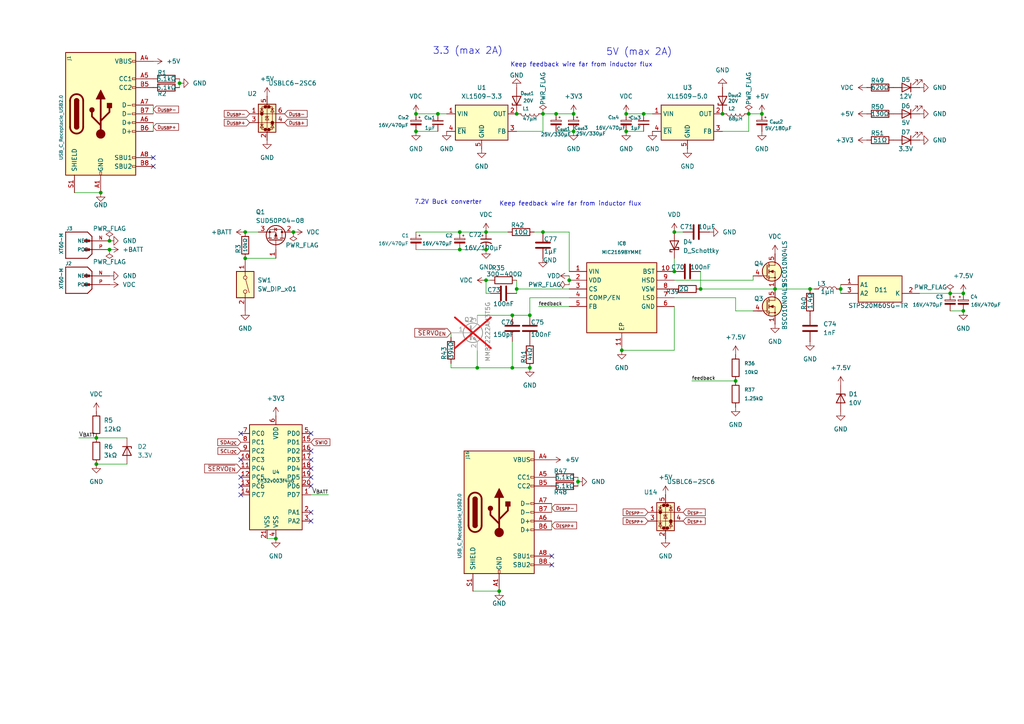
<source format=kicad_sch>
(kicad_sch
	(version 20231120)
	(generator "eeschema")
	(generator_version "8.0")
	(uuid "e4c09165-9c68-40b2-881f-c90ce6ecf190")
	(paper "A4")
	
	(junction
		(at 29.21 55.88)
		(diameter 0)
		(color 0 0 0 0)
		(uuid "014229f8-e922-43fc-bb3a-ada6f8e16a40")
	)
	(junction
		(at 279.4 85.09)
		(diameter 0)
		(color 0 0 0 0)
		(uuid "0706ad95-8615-4630-8e7e-c4623ef20ba3")
	)
	(junction
		(at 153.67 91.44)
		(diameter 0)
		(color 0 0 0 0)
		(uuid "0bf23e79-1fbd-4df3-9ba3-b7681327d067")
	)
	(junction
		(at 31.75 69.85)
		(diameter 0)
		(color 0 0 0 0)
		(uuid "0cb14bcc-13f9-4b13-bb4e-ef6e8e2f3418")
	)
	(junction
		(at 52.07 24.13)
		(diameter 0)
		(color 0 0 0 0)
		(uuid "0ed86d61-ab59-42f1-aa05-aa92cf967161")
	)
	(junction
		(at 149.86 83.82)
		(diameter 0)
		(color 0 0 0 0)
		(uuid "17ee1fca-69be-4309-b01b-2c69ab096265")
	)
	(junction
		(at 71.12 67.31)
		(diameter 0)
		(color 0 0 0 0)
		(uuid "1867cdcb-5d9f-44ec-9da6-73143f38074a")
	)
	(junction
		(at 165.1 81.28)
		(diameter 0)
		(color 0 0 0 0)
		(uuid "19a83583-8dbf-4364-9f25-a61c946a2757")
	)
	(junction
		(at 133.35 72.39)
		(diameter 0)
		(color 0 0 0 0)
		(uuid "1fd6e48c-76b4-4e07-b3de-49cc4b072e3c")
	)
	(junction
		(at 140.97 67.31)
		(diameter 0)
		(color 0 0 0 0)
		(uuid "217c6588-7ead-430f-ab06-f5227919cc53")
	)
	(junction
		(at 149.86 33.02)
		(diameter 0)
		(color 0 0 0 0)
		(uuid "2783d833-13cd-455f-88b4-b341daea4265")
	)
	(junction
		(at 213.36 110.49)
		(diameter 0)
		(color 0 0 0 0)
		(uuid "30598afb-f608-4624-9286-44862f977320")
	)
	(junction
		(at 71.12 74.93)
		(diameter 0)
		(color 0 0 0 0)
		(uuid "33337cca-7bb0-4b88-a5da-7253c6f0e3c3")
	)
	(junction
		(at 31.75 72.39)
		(diameter 0)
		(color 0 0 0 0)
		(uuid "368b4340-f94f-4191-a85e-d022f7ff95e3")
	)
	(junction
		(at 138.43 106.68)
		(diameter 0)
		(color 0 0 0 0)
		(uuid "3e7748d7-a0da-44ca-b4be-3a9f63966d0c")
	)
	(junction
		(at 27.94 127)
		(diameter 0)
		(color 0 0 0 0)
		(uuid "4016bba1-7f13-44f2-8770-aead50a38f9a")
	)
	(junction
		(at 120.65 38.1)
		(diameter 0)
		(color 0 0 0 0)
		(uuid "421602c8-530a-4659-8ab8-8c4fa4d32452")
	)
	(junction
		(at 181.61 33.02)
		(diameter 0)
		(color 0 0 0 0)
		(uuid "42f5718f-9bb0-4fac-84c5-bcad7d0a4189")
	)
	(junction
		(at 166.37 33.02)
		(diameter 0)
		(color 0 0 0 0)
		(uuid "4462a825-de39-4fc2-8504-99a1aa45b3ae")
	)
	(junction
		(at 275.59 85.09)
		(diameter 0)
		(color 0 0 0 0)
		(uuid "464b34be-16b7-4498-9836-33e174587801")
	)
	(junction
		(at 148.59 91.44)
		(diameter 0)
		(color 0 0 0 0)
		(uuid "4a64b53c-648c-4f96-bd61-d23e1d3f95d1")
	)
	(junction
		(at 180.34 101.6)
		(diameter 0)
		(color 0 0 0 0)
		(uuid "4e06d980-b782-4927-8395-d6c0bf249446")
	)
	(junction
		(at 195.58 67.31)
		(diameter 0)
		(color 0 0 0 0)
		(uuid "4fc4f8b4-213a-4e5a-931d-812028ec46ef")
	)
	(junction
		(at 85.09 67.31)
		(diameter 0)
		(color 0 0 0 0)
		(uuid "5a5717b8-9446-4647-89ef-e1f338684f14")
	)
	(junction
		(at 120.65 33.02)
		(diameter 0)
		(color 0 0 0 0)
		(uuid "5d8646b5-3b36-47e3-95d0-b2b0f7a20c64")
	)
	(junction
		(at 144.78 171.45)
		(diameter 0)
		(color 0 0 0 0)
		(uuid "6de34901-02bc-494a-bdf8-1249b62609ec")
	)
	(junction
		(at 203.2 83.82)
		(diameter 0)
		(color 0 0 0 0)
		(uuid "70896acb-ec56-4ad6-a2d5-7dc8071514a5")
	)
	(junction
		(at 209.55 33.02)
		(diameter 0)
		(color 0 0 0 0)
		(uuid "758baad9-ec2d-4203-bad5-2ca00e12dd09")
	)
	(junction
		(at 234.95 83.82)
		(diameter 0)
		(color 0 0 0 0)
		(uuid "7ac401a6-e2ab-4fbe-8753-3d22959635b2")
	)
	(junction
		(at 161.29 33.02)
		(diameter 0)
		(color 0 0 0 0)
		(uuid "7e15fe13-dcd5-444a-8bd8-8e59749f86b0")
	)
	(junction
		(at 148.59 106.68)
		(diameter 0)
		(color 0 0 0 0)
		(uuid "82df520e-1b15-4f77-b0a9-0d41a3de5616")
	)
	(junction
		(at 195.58 78.74)
		(diameter 0)
		(color 0 0 0 0)
		(uuid "8421ec3c-9f22-4102-85fb-7fa09b28549d")
	)
	(junction
		(at 157.48 33.02)
		(diameter 0)
		(color 0 0 0 0)
		(uuid "8835e889-c777-489c-abff-7f4712cf0195")
	)
	(junction
		(at 186.69 33.02)
		(diameter 0)
		(color 0 0 0 0)
		(uuid "8c0c6224-8743-47d7-9d28-74626ab4a532")
	)
	(junction
		(at 133.35 67.31)
		(diameter 0)
		(color 0 0 0 0)
		(uuid "90494018-72ca-4082-8275-9d8a0876f50c")
	)
	(junction
		(at 127 33.02)
		(diameter 0)
		(color 0 0 0 0)
		(uuid "94283697-0c08-4972-8d07-ff4bcb35e7ca")
	)
	(junction
		(at 166.37 38.1)
		(diameter 0)
		(color 0 0 0 0)
		(uuid "9b87ac5e-dbb1-4505-8dcd-8de9f85773a8")
	)
	(junction
		(at 181.61 38.1)
		(diameter 0)
		(color 0 0 0 0)
		(uuid "9d785556-379c-444b-aa7f-6330da13bb64")
	)
	(junction
		(at 153.67 106.68)
		(diameter 0)
		(color 0 0 0 0)
		(uuid "9de04210-cd8f-4fa9-89e6-c07bdd199920")
	)
	(junction
		(at 80.01 156.21)
		(diameter 0)
		(color 0 0 0 0)
		(uuid "a3a85b14-7aa3-4373-95db-3e7aa17e66da")
	)
	(junction
		(at 243.84 83.82)
		(diameter 0)
		(color 0 0 0 0)
		(uuid "a6d95978-b246-488a-ad10-f25edd32b74e")
	)
	(junction
		(at 217.17 33.02)
		(diameter 0)
		(color 0 0 0 0)
		(uuid "c1909f9d-b91e-4aa3-bf96-6e3effc91816")
	)
	(junction
		(at 220.98 33.02)
		(diameter 0)
		(color 0 0 0 0)
		(uuid "d2259b7f-5670-4575-8cac-fbfda11ec99c")
	)
	(junction
		(at 279.4 90.17)
		(diameter 0)
		(color 0 0 0 0)
		(uuid "d8593ac6-127d-40f7-936d-23e3f709214b")
	)
	(junction
		(at 224.79 83.82)
		(diameter 0)
		(color 0 0 0 0)
		(uuid "d87e0da5-2127-4f85-9191-411b188b93a9")
	)
	(junction
		(at 27.94 134.62)
		(diameter 0)
		(color 0 0 0 0)
		(uuid "e37bb98d-a07f-4760-ad58-c557dcdd7480")
	)
	(junction
		(at 140.97 81.28)
		(diameter 0)
		(color 0 0 0 0)
		(uuid "e7bc1f6b-c0bc-4dfb-b024-54777acc4d86")
	)
	(junction
		(at 140.97 72.39)
		(diameter 0)
		(color 0 0 0 0)
		(uuid "f00a5d5f-61b6-4ccf-b20b-121de7fdd48c")
	)
	(junction
		(at 157.48 67.31)
		(diameter 0)
		(color 0 0 0 0)
		(uuid "f522d1b8-2802-4460-9f1c-2b7a8b789b98")
	)
	(junction
		(at 167.64 139.7)
		(diameter 0)
		(color 0 0 0 0)
		(uuid "f7f046cb-b205-4224-a049-17d624e3597d")
	)
	(no_connect
		(at 90.17 151.13)
		(uuid "124bb475-31c5-4a42-a51c-e929a56c9b46")
	)
	(no_connect
		(at 90.17 130.81)
		(uuid "135c539e-89cf-4297-815e-9769cd02d2f8")
	)
	(no_connect
		(at 90.17 138.43)
		(uuid "17e9351e-4221-450f-a467-5732b0d0d16b")
	)
	(no_connect
		(at 90.17 133.35)
		(uuid "21d3c945-6112-4816-bded-f8d83d8813a2")
	)
	(no_connect
		(at 69.85 140.97)
		(uuid "2f5c8c2b-f4b9-4745-87bc-232dcadb4b84")
	)
	(no_connect
		(at 160.02 161.29)
		(uuid "311534de-1728-4956-b430-728279c1b4ed")
	)
	(no_connect
		(at 69.85 143.51)
		(uuid "5a29329e-7d6c-4a1d-89a8-2bbb095c0069")
	)
	(no_connect
		(at 69.85 133.35)
		(uuid "6060c138-277d-416d-b112-6e34eae66af6")
	)
	(no_connect
		(at 90.17 125.73)
		(uuid "60bd5cbc-3f42-4efd-a5a1-1531afdc180b")
	)
	(no_connect
		(at 44.45 45.72)
		(uuid "7952fb62-0351-4f17-a9b0-ffd70f532bab")
	)
	(no_connect
		(at 44.45 48.26)
		(uuid "79782b9e-bcb1-4afa-99d8-0d840bd98a14")
	)
	(no_connect
		(at 160.02 163.83)
		(uuid "8d6b843c-f20f-4dee-a07d-4e020dec3782")
	)
	(no_connect
		(at 90.17 135.89)
		(uuid "937070c3-5d2d-485c-b76f-0433f35de078")
	)
	(no_connect
		(at 90.17 140.97)
		(uuid "9fc80ee9-fea2-4aec-828f-811353459fa4")
	)
	(no_connect
		(at 69.85 138.43)
		(uuid "b72b776a-6dfb-4d45-86a9-3fb29dc54d14")
	)
	(no_connect
		(at 69.85 125.73)
		(uuid "d4cf46a4-2913-42d9-89b7-c49af041dc26")
	)
	(no_connect
		(at 90.17 148.59)
		(uuid "f0703af6-f17e-4b44-bf05-413f333d7936")
	)
	(wire
		(pts
			(xy 52.07 24.13) (xy 52.07 25.4)
		)
		(stroke
			(width 0)
			(type default)
		)
		(uuid "053a504a-6ed1-4d67-a669-fa2d98e80bf4")
	)
	(wire
		(pts
			(xy 157.48 38.1) (xy 149.86 38.1)
		)
		(stroke
			(width 0)
			(type default)
		)
		(uuid "0942168b-90c6-47b4-9f2a-25487e9c1bda")
	)
	(wire
		(pts
			(xy 218.44 81.28) (xy 218.44 80.01)
		)
		(stroke
			(width 0)
			(type default)
		)
		(uuid "09986f12-7495-4275-b3c0-cfacc2e583f0")
	)
	(wire
		(pts
			(xy 165.1 86.36) (xy 153.67 86.36)
		)
		(stroke
			(width 0)
			(type default)
		)
		(uuid "0c98411e-f845-4768-adae-4a720f477d13")
	)
	(wire
		(pts
			(xy 149.86 83.82) (xy 149.86 85.09)
		)
		(stroke
			(width 0)
			(type default)
		)
		(uuid "1750e4c6-ef76-4cc3-982f-7eca4e53da90")
	)
	(wire
		(pts
			(xy 148.59 106.68) (xy 153.67 106.68)
		)
		(stroke
			(width 0)
			(type default)
		)
		(uuid "1a36f1af-f133-426b-9176-69d12d13ad80")
	)
	(wire
		(pts
			(xy 77.47 156.21) (xy 80.01 156.21)
		)
		(stroke
			(width 0)
			(type default)
		)
		(uuid "1b878f87-5e42-4357-be2a-0029869703ca")
	)
	(wire
		(pts
			(xy 27.94 134.62) (xy 36.83 134.62)
		)
		(stroke
			(width 0)
			(type default)
		)
		(uuid "1b93d690-d85d-447b-8962-964b4f15d693")
	)
	(wire
		(pts
			(xy 153.67 86.36) (xy 153.67 91.44)
		)
		(stroke
			(width 0)
			(type default)
		)
		(uuid "1e0c655b-8182-48ca-a63d-c98deb5a071c")
	)
	(wire
		(pts
			(xy 127 33.02) (xy 129.54 33.02)
		)
		(stroke
			(width 0)
			(type default)
		)
		(uuid "205690c4-0c3e-42b1-9c99-0ea5c9353b8e")
	)
	(wire
		(pts
			(xy 148.59 91.44) (xy 153.67 91.44)
		)
		(stroke
			(width 0)
			(type default)
		)
		(uuid "26ec0cae-11f4-488a-84e2-1caacb5add56")
	)
	(wire
		(pts
			(xy 140.97 67.31) (xy 147.32 67.31)
		)
		(stroke
			(width 0)
			(type default)
		)
		(uuid "2a8cd20a-6489-4829-bbe6-946b04c90df7")
	)
	(wire
		(pts
			(xy 243.84 82.55) (xy 243.84 83.82)
		)
		(stroke
			(width 0)
			(type default)
		)
		(uuid "2bdf4332-f8fc-49c3-a059-e4fa0d5859d4")
	)
	(wire
		(pts
			(xy 140.97 81.28) (xy 140.97 85.09)
		)
		(stroke
			(width 0)
			(type default)
		)
		(uuid "2c9c67cc-8c9f-416b-af3e-189f8097bafa")
	)
	(wire
		(pts
			(xy 166.37 33.02) (xy 161.29 33.02)
		)
		(stroke
			(width 0)
			(type default)
		)
		(uuid "33956aff-8e60-450c-bd79-9417e15417e8")
	)
	(wire
		(pts
			(xy 167.64 139.7) (xy 167.64 140.97)
		)
		(stroke
			(width 0)
			(type default)
		)
		(uuid "34ae4c3d-216e-4e42-abf8-4600f620a1dc")
	)
	(wire
		(pts
			(xy 140.97 85.09) (xy 142.24 85.09)
		)
		(stroke
			(width 0)
			(type default)
		)
		(uuid "36a7d1ea-9bec-48f8-b19f-a5981a605299")
	)
	(wire
		(pts
			(xy 27.94 127) (xy 36.83 127)
		)
		(stroke
			(width 0)
			(type default)
		)
		(uuid "3799ff52-00f9-40bc-8c79-1a7d68224e30")
	)
	(wire
		(pts
			(xy 203.2 83.82) (xy 224.79 83.82)
		)
		(stroke
			(width 0)
			(type default)
		)
		(uuid "39755c1a-a048-43f3-bdde-e1aed542d78f")
	)
	(wire
		(pts
			(xy 71.12 74.93) (xy 80.01 74.93)
		)
		(stroke
			(width 0)
			(type default)
		)
		(uuid "3c7cc695-7d28-4a62-a505-6ab5be30ba4f")
	)
	(wire
		(pts
			(xy 21.59 55.88) (xy 29.21 55.88)
		)
		(stroke
			(width 0)
			(type default)
		)
		(uuid "3e43a8b7-9937-4e51-8e8c-fb3c02dc0625")
	)
	(wire
		(pts
			(xy 161.29 33.02) (xy 157.48 33.02)
		)
		(stroke
			(width 0)
			(type default)
		)
		(uuid "401bf375-864e-4be6-b4c1-9f39fe7b4186")
	)
	(wire
		(pts
			(xy 217.17 33.02) (xy 220.98 33.02)
		)
		(stroke
			(width 0)
			(type default)
		)
		(uuid "47f4b398-19b9-4c16-abfc-6617df398c03")
	)
	(wire
		(pts
			(xy 195.58 81.28) (xy 218.44 81.28)
		)
		(stroke
			(width 0)
			(type default)
		)
		(uuid "49d93633-1ef6-46bd-b8ce-c145790697cc")
	)
	(wire
		(pts
			(xy 160.02 151.13) (xy 160.02 153.67)
		)
		(stroke
			(width 0)
			(type default)
		)
		(uuid "50bdb92b-659f-4c96-be36-3d34d7003101")
	)
	(wire
		(pts
			(xy 71.12 67.31) (xy 74.93 67.31)
		)
		(stroke
			(width 0)
			(type default)
		)
		(uuid "5348afa6-83c5-419a-b209-5d563b40689f")
	)
	(wire
		(pts
			(xy 156.21 88.9) (xy 165.1 88.9)
		)
		(stroke
			(width 0)
			(type default)
		)
		(uuid "56771a4c-5331-4eca-9a48-192ed2b9184a")
	)
	(wire
		(pts
			(xy 44.45 30.48) (xy 44.45 33.02)
		)
		(stroke
			(width 0)
			(type default)
		)
		(uuid "5d2c0f0a-fd4d-4e40-bfbe-2875e26dc6ae")
	)
	(wire
		(pts
			(xy 138.43 91.44) (xy 148.59 91.44)
		)
		(stroke
			(width 0)
			(type default)
		)
		(uuid "64968a76-afd5-41a5-a688-7c2be682ad8e")
	)
	(wire
		(pts
			(xy 166.37 38.1) (xy 161.29 38.1)
		)
		(stroke
			(width 0)
			(type default)
		)
		(uuid "6877241a-2447-4995-9ffd-73b73f602498")
	)
	(wire
		(pts
			(xy 130.81 106.68) (xy 138.43 106.68)
		)
		(stroke
			(width 0)
			(type default)
		)
		(uuid "6957e499-6fd3-42ab-a965-1e6097939a62")
	)
	(wire
		(pts
			(xy 165.1 82.55) (xy 165.1 81.28)
		)
		(stroke
			(width 0)
			(type default)
		)
		(uuid "69a7b186-1513-4eb3-b438-46dd371f3737")
	)
	(wire
		(pts
			(xy 137.16 171.45) (xy 144.78 171.45)
		)
		(stroke
			(width 0)
			(type default)
		)
		(uuid "6abb473b-b7f3-4e9e-974b-d9e5b2749db7")
	)
	(wire
		(pts
			(xy 133.35 72.39) (xy 140.97 72.39)
		)
		(stroke
			(width 0)
			(type default)
		)
		(uuid "6c51610a-e951-476e-bd47-075b0fcd035c")
	)
	(wire
		(pts
			(xy 44.45 35.56) (xy 44.45 38.1)
		)
		(stroke
			(width 0)
			(type default)
		)
		(uuid "6c97a266-3319-4ff0-9b0a-b5b67c66967a")
	)
	(wire
		(pts
			(xy 130.81 97.79) (xy 130.81 96.52)
		)
		(stroke
			(width 0)
			(type default)
		)
		(uuid "72917a42-1c72-436e-88ed-58a45b0a4f69")
	)
	(wire
		(pts
			(xy 234.95 83.82) (xy 236.22 83.82)
		)
		(stroke
			(width 0)
			(type default)
		)
		(uuid "72e0d3d8-31a7-4832-88fd-f2c7c7fc3ae2")
	)
	(wire
		(pts
			(xy 213.36 90.17) (xy 213.36 86.36)
		)
		(stroke
			(width 0)
			(type default)
		)
		(uuid "739d34b2-1989-4f3e-af5a-39177ce01872")
	)
	(wire
		(pts
			(xy 275.59 85.09) (xy 266.7 85.09)
		)
		(stroke
			(width 0)
			(type default)
		)
		(uuid "74120155-8cd3-476b-bbc3-d98b31d06a78")
	)
	(wire
		(pts
			(xy 203.2 78.74) (xy 203.2 83.82)
		)
		(stroke
			(width 0)
			(type default)
		)
		(uuid "77224108-e920-4a0a-b290-a3ed8e848f8f")
	)
	(wire
		(pts
			(xy 130.81 105.41) (xy 130.81 106.68)
		)
		(stroke
			(width 0)
			(type default)
		)
		(uuid "78a300fa-be2a-43c7-800c-c4a90dd58151")
	)
	(wire
		(pts
			(xy 133.35 67.31) (xy 140.97 67.31)
		)
		(stroke
			(width 0)
			(type default)
		)
		(uuid "7cd72a95-2ee8-43ec-9ac6-69ebe4836183")
	)
	(wire
		(pts
			(xy 165.1 80.01) (xy 165.1 81.28)
		)
		(stroke
			(width 0)
			(type default)
		)
		(uuid "8185d147-a892-414a-a1fa-44062c60f135")
	)
	(wire
		(pts
			(xy 95.25 143.51) (xy 90.17 143.51)
		)
		(stroke
			(width 0)
			(type default)
		)
		(uuid "8766f2ef-7066-4804-94f7-9620d8da8797")
	)
	(wire
		(pts
			(xy 195.58 78.74) (xy 195.58 74.93)
		)
		(stroke
			(width 0)
			(type default)
		)
		(uuid "8d7489de-f385-47bf-9339-60f6354eb52d")
	)
	(wire
		(pts
			(xy 120.65 38.1) (xy 127 38.1)
		)
		(stroke
			(width 0)
			(type default)
		)
		(uuid "8e63775b-780b-4596-9f3f-ad40fb74f8b4")
	)
	(wire
		(pts
			(xy 167.64 138.43) (xy 167.64 139.7)
		)
		(stroke
			(width 0)
			(type default)
		)
		(uuid "9be2e5ec-6222-4f5f-80b5-33660633a4f5")
	)
	(wire
		(pts
			(xy 200.66 110.49) (xy 213.36 110.49)
		)
		(stroke
			(width 0)
			(type default)
		)
		(uuid "9c69da92-f880-4537-8518-bb1b196cd354")
	)
	(wire
		(pts
			(xy 279.4 85.09) (xy 275.59 85.09)
		)
		(stroke
			(width 0)
			(type default)
		)
		(uuid "a1cbabf1-07c1-4208-86df-97a86957fc79")
	)
	(wire
		(pts
			(xy 213.36 86.36) (xy 195.58 86.36)
		)
		(stroke
			(width 0)
			(type default)
		)
		(uuid "a3f062d9-396a-4a33-ad57-7e7c99c20541")
	)
	(wire
		(pts
			(xy 138.43 101.6) (xy 138.43 106.68)
		)
		(stroke
			(width 0)
			(type default)
		)
		(uuid "aaa97755-d485-4e56-be4b-57852cd93e2a")
	)
	(wire
		(pts
			(xy 22.86 127) (xy 27.94 127)
		)
		(stroke
			(width 0)
			(type default)
		)
		(uuid "ac14b0bd-75a5-47d0-be04-d828d7eb843c")
	)
	(wire
		(pts
			(xy 165.1 67.31) (xy 165.1 78.74)
		)
		(stroke
			(width 0)
			(type default)
		)
		(uuid "b16a4f44-0b93-4422-a245-307ba87d7ef8")
	)
	(wire
		(pts
			(xy 138.43 106.68) (xy 148.59 106.68)
		)
		(stroke
			(width 0)
			(type default)
		)
		(uuid "b24ff3e2-c665-4577-a5c9-3a9f2b317188")
	)
	(wire
		(pts
			(xy 275.59 90.17) (xy 279.4 90.17)
		)
		(stroke
			(width 0)
			(type default)
		)
		(uuid "b525c32a-a329-442f-bbc9-66a6548b864b")
	)
	(wire
		(pts
			(xy 148.59 99.06) (xy 148.59 106.68)
		)
		(stroke
			(width 0)
			(type default)
		)
		(uuid "b9cf9865-d64d-463c-9b22-e31ee7189136")
	)
	(wire
		(pts
			(xy 154.94 67.31) (xy 157.48 67.31)
		)
		(stroke
			(width 0)
			(type default)
		)
		(uuid "baadf4fa-27be-4ce0-a489-5facd1134f37")
	)
	(wire
		(pts
			(xy 195.58 101.6) (xy 180.34 101.6)
		)
		(stroke
			(width 0)
			(type default)
		)
		(uuid "c4fed904-1243-45ac-b3f9-4958577458b3")
	)
	(wire
		(pts
			(xy 186.69 33.02) (xy 189.23 33.02)
		)
		(stroke
			(width 0)
			(type default)
		)
		(uuid "cba284c4-1019-453a-b3e4-3b5cb8d394d9")
	)
	(wire
		(pts
			(xy 120.65 33.02) (xy 127 33.02)
		)
		(stroke
			(width 0)
			(type default)
		)
		(uuid "cc82a52d-6afb-45df-9e57-f1e8b50baf85")
	)
	(wire
		(pts
			(xy 217.17 33.02) (xy 217.17 38.1)
		)
		(stroke
			(width 0)
			(type default)
		)
		(uuid "ccd76661-1d99-46d1-a208-047de7cfad87")
	)
	(wire
		(pts
			(xy 157.48 33.02) (xy 157.48 38.1)
		)
		(stroke
			(width 0)
			(type default)
		)
		(uuid "d057006b-063f-4a1e-ae82-6b2a59a13323")
	)
	(wire
		(pts
			(xy 52.07 22.86) (xy 52.07 24.13)
		)
		(stroke
			(width 0)
			(type default)
		)
		(uuid "d1142411-af04-4104-97a7-1e58b4f10341")
	)
	(wire
		(pts
			(xy 224.79 83.82) (xy 234.95 83.82)
		)
		(stroke
			(width 0)
			(type default)
		)
		(uuid "d3972618-1498-4026-b6f0-ed65b4fbd47c")
	)
	(wire
		(pts
			(xy 186.69 38.1) (xy 181.61 38.1)
		)
		(stroke
			(width 0)
			(type default)
		)
		(uuid "d59d0021-d4ff-433c-ad8f-ea374a73d84d")
	)
	(wire
		(pts
			(xy 120.65 72.39) (xy 133.35 72.39)
		)
		(stroke
			(width 0)
			(type default)
		)
		(uuid "d95ac49d-9c52-40ef-b5d0-7c47d1a0375a")
	)
	(wire
		(pts
			(xy 149.86 83.82) (xy 165.1 83.82)
		)
		(stroke
			(width 0)
			(type default)
		)
		(uuid "d95f5b74-fa08-476f-985a-f7f4bc1c9c17")
	)
	(wire
		(pts
			(xy 186.69 33.02) (xy 181.61 33.02)
		)
		(stroke
			(width 0)
			(type default)
		)
		(uuid "da65c94f-2078-4870-8f08-914efa9360ae")
	)
	(wire
		(pts
			(xy 140.97 81.28) (xy 142.24 81.28)
		)
		(stroke
			(width 0)
			(type default)
		)
		(uuid "dc582065-102d-4cfe-85ca-118cb7a2cdae")
	)
	(wire
		(pts
			(xy 243.84 83.82) (xy 243.84 85.09)
		)
		(stroke
			(width 0)
			(type default)
		)
		(uuid "e162fa88-92be-49a9-9058-acdc96b545f0")
	)
	(wire
		(pts
			(xy 217.17 38.1) (xy 209.55 38.1)
		)
		(stroke
			(width 0)
			(type default)
		)
		(uuid "e1e548ef-107d-4705-9109-32b91e09a13d")
	)
	(wire
		(pts
			(xy 157.48 67.31) (xy 165.1 67.31)
		)
		(stroke
			(width 0)
			(type default)
		)
		(uuid "e5d30e08-3f7e-4e3b-ba12-3f800b568986")
	)
	(wire
		(pts
			(xy 195.58 88.9) (xy 195.58 101.6)
		)
		(stroke
			(width 0)
			(type default)
		)
		(uuid "e78282fd-bbe6-4b6a-bb29-53486acb8c2a")
	)
	(wire
		(pts
			(xy 213.36 90.17) (xy 218.44 90.17)
		)
		(stroke
			(width 0)
			(type default)
		)
		(uuid "ebc7e78a-8141-4eb4-b4ea-3cc9ec02df4b")
	)
	(wire
		(pts
			(xy 195.58 67.31) (xy 198.12 67.31)
		)
		(stroke
			(width 0)
			(type default)
		)
		(uuid "f6d3f840-16ed-4e41-953b-58b14c945fb0")
	)
	(wire
		(pts
			(xy 120.65 67.31) (xy 133.35 67.31)
		)
		(stroke
			(width 0)
			(type default)
		)
		(uuid "f7449f29-1ed8-4635-879c-f5ef64198b34")
	)
	(wire
		(pts
			(xy 160.02 146.05) (xy 160.02 148.59)
		)
		(stroke
			(width 0)
			(type default)
		)
		(uuid "f7e05f77-50fd-4aff-b78f-379c63536512")
	)
	(wire
		(pts
			(xy 149.86 81.28) (xy 149.86 83.82)
		)
		(stroke
			(width 0)
			(type default)
		)
		(uuid "f8e08287-4160-41e2-8279-b049e0d926e8")
	)
	(text "Keep feedback wire far from inductor flux\n"
		(exclude_from_sim no)
		(at 144.78 59.944 0)
		(effects
			(font
				(size 1.27 1.27)
			)
			(justify left bottom)
		)
		(uuid "0a3c12fe-98b1-4a44-b02b-1ed508eb677c")
	)
	(text "3.3 (max 2A)"
		(exclude_from_sim no)
		(at 125.476 16.002 0)
		(effects
			(font
				(size 2 2)
			)
			(justify left bottom)
		)
		(uuid "48169a2d-28fd-4408-8e6c-9683429c6920")
	)
	(text "Keep feedback wire far from inductor flux\n"
		(exclude_from_sim no)
		(at 148.0058 19.5834 0)
		(effects
			(font
				(size 1.27 1.27)
			)
			(justify left bottom)
		)
		(uuid "5a720c8f-5903-46e9-b0ec-dc305d8b39d6")
	)
	(text "5V (max 2A)"
		(exclude_from_sim no)
		(at 175.7553 16.3195 0)
		(effects
			(font
				(size 2 2)
			)
			(justify left bottom)
		)
		(uuid "b12016d3-a4da-4292-b8fd-4654e1de889d")
	)
	(text "7.2V Buck converter"
		(exclude_from_sim no)
		(at 120.142 59.436 0)
		(effects
			(font
				(size 1.27 1.27)
			)
			(justify left bottom)
		)
		(uuid "d76eff94-37a4-4b9d-8d63-d76bbee1d60d")
	)
	(label "V_{BATT}"
		(at 95.25 143.51 180)
		(fields_autoplaced yes)
		(effects
			(font
				(size 1.27 1.27)
			)
			(justify right bottom)
		)
		(uuid "608fb22e-243c-448d-956d-5159e69fad89")
	)
	(label "feedback"
		(at 200.66 110.49 0)
		(fields_autoplaced yes)
		(effects
			(font
				(size 1 1)
			)
			(justify left bottom)
		)
		(uuid "b5278026-2d73-4e0f-84b1-c9b5f0f4ac2b")
	)
	(label "feedback"
		(at 156.21 88.9 0)
		(fields_autoplaced yes)
		(effects
			(font
				(size 1 1)
			)
			(justify left bottom)
		)
		(uuid "bb1729b4-29ac-41df-9ce8-13ed26599923")
	)
	(label "V_{BATT}"
		(at 22.86 127 0)
		(fields_autoplaced yes)
		(effects
			(font
				(size 1.27 1.27)
			)
			(justify left bottom)
		)
		(uuid "f701d4e4-7250-4f9a-8999-cd3c4a85ba77")
	)
	(global_label "D_{ESPP}+"
		(shape input)
		(at 187.96 151.13 180)
		(fields_autoplaced yes)
		(effects
			(font
				(size 1 1)
			)
			(justify right)
		)
		(uuid "026b4fac-da18-4277-a090-eb7cb52ceca4")
		(property "Intersheetrefs" "${INTERSHEET_REFS}"
			(at 180.2859 151.13 0)
			(effects
				(font
					(size 1.27 1.27)
				)
				(justify right)
				(hide yes)
			)
		)
	)
	(global_label "D_{USBP}+"
		(shape input)
		(at 72.39 35.56 180)
		(fields_autoplaced yes)
		(effects
			(font
				(size 1 1)
			)
			(justify right)
		)
		(uuid "06ebf72d-73ae-43bb-b4be-946b093979f9")
		(property "Intersheetrefs" "${INTERSHEET_REFS}"
			(at 64.6016 35.56 0)
			(effects
				(font
					(size 1.27 1.27)
				)
				(justify right)
				(hide yes)
			)
		)
	)
	(global_label "SCL_{I2C}"
		(shape input)
		(at 69.85 130.81 180)
		(fields_autoplaced yes)
		(effects
			(font
				(size 1 1)
			)
			(justify right)
		)
		(uuid "083ae700-69dd-4911-a3ba-5f93335d13d8")
		(property "Intersheetrefs" "${INTERSHEET_REFS}"
			(at 62.7549 130.81 0)
			(effects
				(font
					(size 1.27 1.27)
				)
				(justify right)
				(hide yes)
			)
		)
	)
	(global_label "D_{USBP}-"
		(shape input)
		(at 72.39 33.02 180)
		(fields_autoplaced yes)
		(effects
			(font
				(size 1 1)
			)
			(justify right)
		)
		(uuid "13b6afba-c0e4-495c-97c2-241bc5d3b785")
		(property "Intersheetrefs" "${INTERSHEET_REFS}"
			(at 64.6016 33.02 0)
			(effects
				(font
					(size 1.27 1.27)
				)
				(justify right)
				(hide yes)
			)
		)
	)
	(global_label "D_{USB}+"
		(shape input)
		(at 82.55 35.56 0)
		(fields_autoplaced yes)
		(effects
			(font
				(size 1 1)
			)
			(justify left)
		)
		(uuid "2b7dd9c6-9656-4261-aa88-ade050db9a0e")
		(property "Intersheetrefs" "${INTERSHEET_REFS}"
			(at 89.5384 35.56 0)
			(effects
				(font
					(size 1.27 1.27)
				)
				(justify left)
				(hide yes)
			)
		)
	)
	(global_label "D_{ESPP}-"
		(shape input)
		(at 160.02 147.32 0)
		(fields_autoplaced yes)
		(effects
			(font
				(size 1 1)
			)
			(justify left)
		)
		(uuid "3b44cca5-8ff5-4e6a-b340-2172114a160d")
		(property "Intersheetrefs" "${INTERSHEET_REFS}"
			(at 167.6941 147.32 0)
			(effects
				(font
					(size 1.27 1.27)
				)
				(justify left)
				(hide yes)
			)
		)
	)
	(global_label "D_{USB}-"
		(shape input)
		(at 82.55 33.02 0)
		(fields_autoplaced yes)
		(effects
			(font
				(size 1 1)
			)
			(justify left)
		)
		(uuid "43f21ebf-45de-404b-872d-8e656d849870")
		(property "Intersheetrefs" "${INTERSHEET_REFS}"
			(at 89.5384 33.02 0)
			(effects
				(font
					(size 1.27 1.27)
				)
				(justify left)
				(hide yes)
			)
		)
	)
	(global_label "D_{USBP}-"
		(shape input)
		(at 44.45 31.75 0)
		(fields_autoplaced yes)
		(effects
			(font
				(size 1 1)
			)
			(justify left)
		)
		(uuid "45ca9d0c-2c1c-4f11-83ca-e6cc429f9769")
		(property "Intersheetrefs" "${INTERSHEET_REFS}"
			(at 50.453 31.75 0)
			(effects
				(font
					(size 1.27 1.27)
				)
				(justify left)
				(hide yes)
			)
		)
	)
	(global_label "D_{ESPP}+"
		(shape input)
		(at 160.02 152.4 0)
		(fields_autoplaced yes)
		(effects
			(font
				(size 1 1)
			)
			(justify left)
		)
		(uuid "6122fb18-e1e8-4191-8160-d685bc3b2cbc")
		(property "Intersheetrefs" "${INTERSHEET_REFS}"
			(at 167.6941 152.4 0)
			(effects
				(font
					(size 1.27 1.27)
				)
				(justify left)
				(hide yes)
			)
		)
	)
	(global_label "D_{USBP}+"
		(shape input)
		(at 44.45 36.83 0)
		(fields_autoplaced yes)
		(effects
			(font
				(size 1 1)
			)
			(justify left)
		)
		(uuid "72fabb44-d272-4116-a694-62cfd68dc8db")
		(property "Intersheetrefs" "${INTERSHEET_REFS}"
			(at 50.453 36.83 0)
			(effects
				(font
					(size 1.27 1.27)
				)
				(justify left)
				(hide yes)
			)
		)
	)
	(global_label "D_{ESP}-"
		(shape input)
		(at 198.12 148.59 0)
		(fields_autoplaced yes)
		(effects
			(font
				(size 1 1)
			)
			(justify left)
		)
		(uuid "80edb14f-1d6b-4545-843d-21a816820cbd")
		(property "Intersheetrefs" "${INTERSHEET_REFS}"
			(at 204.9941 148.59 0)
			(effects
				(font
					(size 1.27 1.27)
				)
				(justify left)
				(hide yes)
			)
		)
	)
	(global_label "SWIO_{${SHEETNAME}}"
		(shape input)
		(at 90.17 128.27 0)
		(fields_autoplaced yes)
		(effects
			(font
				(size 1 1)
			)
			(justify left)
		)
		(uuid "9379e644-d9cf-4f3e-bfaa-50eeba70acd5")
		(property "Intersheetrefs" "${INTERSHEET_REFS}"
			(at 102.1501 128.27 0)
			(effects
				(font
					(size 1.27 1.27)
				)
				(justify left)
				(hide yes)
			)
		)
	)
	(global_label "~{SERVO_{EN}}"
		(shape input)
		(at 69.85 135.89 180)
		(fields_autoplaced yes)
		(effects
			(font
				(size 1.27 1.27)
			)
			(justify right)
		)
		(uuid "9f2e7020-d003-4b1e-bb62-fc11cecfc789")
		(property "Intersheetrefs" "${INTERSHEET_REFS}"
			(at 60.3934 135.89 0)
			(effects
				(font
					(size 1.27 1.27)
				)
				(justify right)
				(hide yes)
			)
		)
	)
	(global_label "D_{ESPP}-"
		(shape input)
		(at 187.96 148.59 180)
		(fields_autoplaced yes)
		(effects
			(font
				(size 1 1)
			)
			(justify right)
		)
		(uuid "b196a231-97b8-4cf5-adda-214f2000b77e")
		(property "Intersheetrefs" "${INTERSHEET_REFS}"
			(at 180.2859 148.59 0)
			(effects
				(font
					(size 1.27 1.27)
				)
				(justify right)
				(hide yes)
			)
		)
	)
	(global_label "~{SERVO_{EN}}"
		(shape input)
		(at 130.81 96.52 180)
		(fields_autoplaced yes)
		(effects
			(font
				(size 1.27 1.27)
			)
			(justify right)
		)
		(uuid "dc4b7883-775d-453a-ae3b-eb70c368ab13")
		(property "Intersheetrefs" "${INTERSHEET_REFS}"
			(at 121.3534 96.52 0)
			(effects
				(font
					(size 1.27 1.27)
				)
				(justify right)
				(hide yes)
			)
		)
	)
	(global_label "D_{ESP}+"
		(shape input)
		(at 198.12 151.13 0)
		(fields_autoplaced yes)
		(effects
			(font
				(size 1 1)
			)
			(justify left)
		)
		(uuid "e7711a9a-c205-49cb-81a4-512df5a34450")
		(property "Intersheetrefs" "${INTERSHEET_REFS}"
			(at 204.9941 151.13 0)
			(effects
				(font
					(size 1.27 1.27)
				)
				(justify left)
				(hide yes)
			)
		)
	)
	(global_label "SDA_{I2C}"
		(shape input)
		(at 69.85 128.27 180)
		(fields_autoplaced yes)
		(effects
			(font
				(size 1 1)
			)
			(justify right)
		)
		(uuid "ecdf453a-3c98-4cb4-a02e-d8e41fdacc71")
		(property "Intersheetrefs" "${INTERSHEET_REFS}"
			(at 62.7073 128.27 0)
			(effects
				(font
					(size 1.27 1.27)
				)
				(justify right)
				(hide yes)
			)
		)
	)
	(symbol
		(lib_id "Regulator_Switching:XL1509-5.0")
		(at 199.39 35.56 0)
		(unit 1)
		(exclude_from_sim no)
		(in_bom yes)
		(on_board yes)
		(dnp no)
		(fields_autoplaced yes)
		(uuid "042d2323-a025-4855-9429-b51f1f143e13")
		(property "Reference" "U3"
			(at 199.39 25.4 0)
			(effects
				(font
					(size 1.27 1.27)
				)
			)
		)
		(property "Value" "XL1509-5.0"
			(at 199.39 27.94 0)
			(effects
				(font
					(size 1.27 1.27)
				)
			)
		)
		(property "Footprint" "Package_SO:SOIC-8_3.9x4.9mm_P1.27mm"
			(at 199.39 27.178 0)
			(effects
				(font
					(size 1.27 1.27)
				)
				(hide yes)
			)
		)
		(property "Datasheet" "https://datasheet.lcsc.com/lcsc/1809050422_XLSEMI-XL1509-5-0E1_C61063.pdf"
			(at 201.93 24.892 0)
			(effects
				(font
					(size 1.27 1.27)
				)
				(hide yes)
			)
		)
		(property "Description" "Buck DC/DC Converter, 2A, 5V Output Voltage, 7-40V Input Voltage"
			(at 199.39 35.56 0)
			(effects
				(font
					(size 1.27 1.27)
				)
				(hide yes)
			)
		)
		(pin "6"
			(uuid "7e06b79b-3e1f-4896-851f-1879b8fc0da0")
		)
		(pin "8"
			(uuid "5baaf9fe-150c-48ca-8a09-c7f2f8ff3924")
		)
		(pin "2"
			(uuid "3dadc071-89e9-461e-9bea-41e51aed4db5")
		)
		(pin "5"
			(uuid "31fa61c9-65cf-4178-a878-e4e188046b30")
		)
		(pin "1"
			(uuid "ccee7625-0b36-415d-84ae-43df0e006603")
		)
		(pin "3"
			(uuid "8ff52cf7-96e8-4ef4-9f1a-5581697f59b1")
		)
		(pin "4"
			(uuid "1a90db6e-fa2c-4e1c-8acd-600df5f9e45a")
		)
		(pin "7"
			(uuid "61a889e1-4fbf-402b-a2c8-97b88f9ae7ac")
		)
		(instances
			(project "main_pcb"
				(path "/220120ed-d44a-4ac7-a64c-440534e9360b/0340a110-e18f-4548-a23c-1f7d052b8221"
					(reference "U3")
					(unit 1)
				)
			)
		)
	)
	(symbol
		(lib_id "power:+3V3")
		(at 80.01 120.65 0)
		(unit 1)
		(exclude_from_sim no)
		(in_bom yes)
		(on_board yes)
		(dnp no)
		(fields_autoplaced yes)
		(uuid "0449d141-472e-491e-81a0-df4decf18f4f")
		(property "Reference" "#PWR061"
			(at 80.01 124.46 0)
			(effects
				(font
					(size 1.27 1.27)
				)
				(hide yes)
			)
		)
		(property "Value" "+3V3"
			(at 80.01 115.57 0)
			(effects
				(font
					(size 1.27 1.27)
				)
			)
		)
		(property "Footprint" ""
			(at 80.01 120.65 0)
			(effects
				(font
					(size 1.27 1.27)
				)
				(hide yes)
			)
		)
		(property "Datasheet" ""
			(at 80.01 120.65 0)
			(effects
				(font
					(size 1.27 1.27)
				)
				(hide yes)
			)
		)
		(property "Description" "Power symbol creates a global label with name \"+3V3\""
			(at 80.01 120.65 0)
			(effects
				(font
					(size 1.27 1.27)
				)
				(hide yes)
			)
		)
		(pin "1"
			(uuid "111e9c82-b716-476d-9fa6-5f2069dd8948")
		)
		(instances
			(project "main_pcb"
				(path "/220120ed-d44a-4ac7-a64c-440534e9360b/0340a110-e18f-4548-a23c-1f7d052b8221"
					(reference "#PWR061")
					(unit 1)
				)
			)
		)
	)
	(symbol
		(lib_id "Device:R")
		(at 163.83 138.43 90)
		(unit 1)
		(exclude_from_sim no)
		(in_bom yes)
		(on_board yes)
		(dnp no)
		(uuid "057319d1-ef9c-4401-880c-53de03394e19")
		(property "Reference" "R47"
			(at 162.56 136.652 90)
			(effects
				(font
					(size 1.27 1.27)
				)
			)
		)
		(property "Value" "5.1kΩ"
			(at 163.83 138.43 90)
			(effects
				(font
					(size 1.27 1.27)
				)
			)
		)
		(property "Footprint" "Resistor_SMD:R_0603_1608Metric_Pad0.98x0.95mm_HandSolder"
			(at 163.83 140.208 90)
			(effects
				(font
					(size 1.27 1.27)
				)
				(hide yes)
			)
		)
		(property "Datasheet" "~"
			(at 163.83 138.43 0)
			(effects
				(font
					(size 1.27 1.27)
				)
				(hide yes)
			)
		)
		(property "Description" ""
			(at 163.83 138.43 0)
			(effects
				(font
					(size 1.27 1.27)
				)
				(hide yes)
			)
		)
		(property "LCSC" "C23186"
			(at 163.83 138.43 0)
			(effects
				(font
					(size 1.27 1.27)
				)
				(hide yes)
			)
		)
		(pin "2"
			(uuid "c03dba40-b4e3-4f07-ad8d-b3f748dd368a")
		)
		(pin "1"
			(uuid "07f9cf13-bcce-4df8-b856-db9f3ab7af8d")
		)
		(instances
			(project "main_pcb"
				(path "/220120ed-d44a-4ac7-a64c-440534e9360b/0340a110-e18f-4548-a23c-1f7d052b8221"
					(reference "R47")
					(unit 1)
				)
			)
		)
	)
	(symbol
		(lib_id "power:GND")
		(at 266.7 25.4 90)
		(unit 1)
		(exclude_from_sim no)
		(in_bom yes)
		(on_board yes)
		(dnp no)
		(fields_autoplaced yes)
		(uuid "07a6c7d1-ab6f-40ad-b4d8-ad780c3f08ff")
		(property "Reference" "#PWR0175"
			(at 273.05 25.4 0)
			(effects
				(font
					(size 1.27 1.27)
				)
				(hide yes)
			)
		)
		(property "Value" "GND"
			(at 270.51 25.3999 90)
			(effects
				(font
					(size 1.27 1.27)
				)
				(justify right)
			)
		)
		(property "Footprint" ""
			(at 266.7 25.4 0)
			(effects
				(font
					(size 1.27 1.27)
				)
				(hide yes)
			)
		)
		(property "Datasheet" ""
			(at 266.7 25.4 0)
			(effects
				(font
					(size 1.27 1.27)
				)
				(hide yes)
			)
		)
		(property "Description" "Power symbol creates a global label with name \"GND\" , ground"
			(at 266.7 25.4 0)
			(effects
				(font
					(size 1.27 1.27)
				)
				(hide yes)
			)
		)
		(pin "1"
			(uuid "86643976-eb11-4829-b67e-a59c0e4b5607")
		)
		(instances
			(project ""
				(path "/220120ed-d44a-4ac7-a64c-440534e9360b/0340a110-e18f-4548-a23c-1f7d052b8221"
					(reference "#PWR0175")
					(unit 1)
				)
			)
		)
	)
	(symbol
		(lib_name "VDC_1")
		(lib_id "power:VDC")
		(at 224.79 73.66 0)
		(unit 1)
		(exclude_from_sim no)
		(in_bom yes)
		(on_board yes)
		(dnp no)
		(fields_autoplaced yes)
		(uuid "08495a12-ee89-4b22-b95a-a636aa9f6d08")
		(property "Reference" "#PWR078"
			(at 224.79 77.47 0)
			(effects
				(font
					(size 1.27 1.27)
				)
				(hide yes)
			)
		)
		(property "Value" "VDC"
			(at 224.79 68.58 0)
			(effects
				(font
					(size 1.27 1.27)
				)
			)
		)
		(property "Footprint" ""
			(at 224.79 73.66 0)
			(effects
				(font
					(size 1.27 1.27)
				)
				(hide yes)
			)
		)
		(property "Datasheet" ""
			(at 224.79 73.66 0)
			(effects
				(font
					(size 1.27 1.27)
				)
				(hide yes)
			)
		)
		(property "Description" "Power symbol creates a global label with name \"VDC\""
			(at 224.79 73.66 0)
			(effects
				(font
					(size 1.27 1.27)
				)
				(hide yes)
			)
		)
		(pin "1"
			(uuid "f757be83-750b-49b0-b8d0-4723a3ae2e87")
		)
		(instances
			(project "main_pcb"
				(path "/220120ed-d44a-4ac7-a64c-440534e9360b/0340a110-e18f-4548-a23c-1f7d052b8221"
					(reference "#PWR078")
					(unit 1)
				)
			)
		)
	)
	(symbol
		(lib_id "Device:D_Zener")
		(at 209.55 29.21 90)
		(unit 1)
		(exclude_from_sim no)
		(in_bom yes)
		(on_board yes)
		(dnp no)
		(uuid "08b3f7ee-c3e9-4fed-8bf4-7d6cbb9c7235")
		(property "Reference" "D_{out}2"
			(at 215.1253 27.5336 90)
			(effects
				(font
					(size 1 1)
				)
				(justify left)
			)
		)
		(property "Value" "20V"
			(at 214.1093 29.2735 90)
			(effects
				(font
					(size 1 1)
				)
				(justify left)
			)
		)
		(property "Footprint" "Diode_SMD:D_SOD-123"
			(at 209.55 29.21 0)
			(effects
				(font
					(size 1 1)
				)
				(hide yes)
			)
		)
		(property "Datasheet" "~"
			(at 209.55 29.21 0)
			(effects
				(font
					(size 1 1)
				)
				(hide yes)
			)
		)
		(property "Description" ""
			(at 209.55 29.21 0)
			(effects
				(font
					(size 1.27 1.27)
				)
				(hide yes)
			)
		)
		(property "LCSC Part Number" ""
			(at 209.55 29.21 90)
			(effects
				(font
					(size 1 1)
				)
				(hide yes)
			)
		)
		(property "Manufacturer" "TWGMC"
			(at 209.55 29.21 90)
			(effects
				(font
					(size 1 1)
				)
				(hide yes)
			)
		)
		(property "Mfr. Part" "1N5817W"
			(at 209.55 29.21 90)
			(effects
				(font
					(size 1 1)
				)
				(hide yes)
			)
		)
		(property "LCSC" "C727113"
			(at 209.55 29.21 0)
			(effects
				(font
					(size 1.27 1.27)
				)
				(hide yes)
			)
		)
		(pin "1"
			(uuid "6717b45e-7932-4349-ac4c-05ae050371eb")
		)
		(pin "2"
			(uuid "1c0d10b8-9294-4e24-9e83-63d7195d81a2")
		)
		(instances
			(project "main_pcb"
				(path "/220120ed-d44a-4ac7-a64c-440534e9360b/0340a110-e18f-4548-a23c-1f7d052b8221"
					(reference "D_{out}2")
					(unit 1)
				)
			)
		)
	)
	(symbol
		(lib_id "Device:C_Polarized_Small")
		(at 275.59 87.63 0)
		(mirror y)
		(unit 1)
		(exclude_from_sim no)
		(in_bom yes)
		(on_board yes)
		(dnp no)
		(uuid "09a2cf19-13cb-41f3-8015-afd7331b0d25")
		(property "Reference" "C3"
			(at 273.558 86.106 0)
			(effects
				(font
					(size 1 1)
				)
				(justify left)
			)
		)
		(property "Value" "16V/470μF"
			(at 273.431 88.392 0)
			(effects
				(font
					(size 1 1)
				)
				(justify left)
			)
		)
		(property "Footprint" "Capacitor_SMD:C_Elec_8x10.2"
			(at 275.59 87.63 0)
			(effects
				(font
					(size 1 1)
				)
				(hide yes)
			)
		)
		(property "Datasheet" "~"
			(at 275.59 87.63 0)
			(effects
				(font
					(size 1 1)
				)
				(hide yes)
			)
		)
		(property "Description" ""
			(at 275.59 87.63 0)
			(effects
				(font
					(size 1.27 1.27)
				)
				(hide yes)
			)
		)
		(property "LCSC" "C2858857"
			(at 275.59 87.63 0)
			(effects
				(font
					(size 1.27 1.27)
				)
				(hide yes)
			)
		)
		(pin "1"
			(uuid "6ed3de96-dcd4-458f-86a9-6cd87c23e295")
		)
		(pin "2"
			(uuid "1cdbad41-0eed-48b2-a0b1-d9fe9bccd7e2")
		)
		(instances
			(project "main_pcb"
				(path "/220120ed-d44a-4ac7-a64c-440534e9360b/0340a110-e18f-4548-a23c-1f7d052b8221"
					(reference "C3")
					(unit 1)
				)
			)
		)
	)
	(symbol
		(lib_id "Connector:USB_C_Receptacle_USB2.0_16P")
		(at 144.78 148.59 0)
		(unit 1)
		(exclude_from_sim no)
		(in_bom yes)
		(on_board yes)
		(dnp no)
		(uuid "0aa1ad92-4791-4e89-ad8b-d59bbbae591f")
		(property "Reference" "J16"
			(at 135.636 133.096 90)
			(effects
				(font
					(face "Source Code Pro")
					(size 1 1)
				)
				(justify left)
			)
		)
		(property "Value" "USB_C_Receptacle_USB2.0"
			(at 133.35 162.56 90)
			(effects
				(font
					(face "Source Code Pro")
					(size 1 1)
				)
				(justify left)
			)
		)
		(property "Footprint" "Connector_USB:USB_C_Receptacle_HRO_TYPE-C-31-M-12"
			(at 148.59 148.59 0)
			(effects
				(font
					(size 1.27 1.27)
				)
				(hide yes)
			)
		)
		(property "Datasheet" "https://www.usb.org/sites/default/files/documents/usb_type-c.zip"
			(at 148.59 148.59 0)
			(effects
				(font
					(size 1.27 1.27)
				)
				(hide yes)
			)
		)
		(property "Description" "USB 2.0-only 16P Type-C Receptacle connector"
			(at 144.78 148.59 0)
			(effects
				(font
					(size 1.27 1.27)
				)
				(hide yes)
			)
		)
		(pin "A1"
			(uuid "a834da1a-f1fb-4d7c-a488-c9376079b196")
		)
		(pin "A12"
			(uuid "6f0ea53e-0e5b-481e-8d82-110ee48c439e")
		)
		(pin "A4"
			(uuid "759f6641-4c89-4741-946a-c7c04d138fe0")
		)
		(pin "A5"
			(uuid "37c43e67-6cdd-4111-a82d-e1cfc619818b")
		)
		(pin "A6"
			(uuid "a5576a2e-0ae9-413f-ac95-b4713c4f765e")
		)
		(pin "A7"
			(uuid "0c92e183-b05b-45fd-94de-32cfd6691ec3")
		)
		(pin "A8"
			(uuid "655451a3-e5f6-4ab6-a36d-e995ea87ca96")
		)
		(pin "A9"
			(uuid "1531bacd-82be-428b-80bb-a004ce9f8cba")
		)
		(pin "B1"
			(uuid "975936dd-5740-4026-98fc-6b533cb95c07")
		)
		(pin "B12"
			(uuid "b77f5fcf-4cce-4701-bd37-3d5318c60e55")
		)
		(pin "B4"
			(uuid "bf128ac3-17cc-4ae7-9cdf-431494c51501")
		)
		(pin "B5"
			(uuid "0627dbbc-bf8e-4798-a6ff-59e0d0ba00d5")
		)
		(pin "B6"
			(uuid "5ef39da0-8de4-4a32-b647-82ad7069d613")
		)
		(pin "B7"
			(uuid "2cdc6ee5-e83c-45ed-b4c3-d2e8281cb6af")
		)
		(pin "B8"
			(uuid "9bf941b1-884c-46fa-9873-e37e5e316c02")
		)
		(pin "B9"
			(uuid "ac1cd7de-fd6d-40cd-b9d3-13576686b32a")
		)
		(pin "S1"
			(uuid "0cfe3be0-a3ee-4093-a37e-39272f1f8cbe")
		)
		(instances
			(project "main_pcb"
				(path "/220120ed-d44a-4ac7-a64c-440534e9360b/0340a110-e18f-4548-a23c-1f7d052b8221"
					(reference "J16")
					(unit 1)
				)
			)
		)
	)
	(symbol
		(lib_name "VDD_1")
		(lib_id "power:VDD")
		(at 165.1 80.01 90)
		(unit 1)
		(exclude_from_sim no)
		(in_bom yes)
		(on_board yes)
		(dnp no)
		(uuid "0b567830-58fa-473c-9a80-b8330b914ac7")
		(property "Reference" "#PWR083"
			(at 168.91 80.01 0)
			(effects
				(font
					(size 1.27 1.27)
				)
				(hide yes)
			)
		)
		(property "Value" "VDD"
			(at 162.56 80.0099 90)
			(effects
				(font
					(size 1.27 1.27)
				)
				(justify left)
			)
		)
		(property "Footprint" ""
			(at 165.1 80.01 0)
			(effects
				(font
					(size 1.27 1.27)
				)
				(hide yes)
			)
		)
		(property "Datasheet" ""
			(at 165.1 80.01 0)
			(effects
				(font
					(size 1.27 1.27)
				)
				(hide yes)
			)
		)
		(property "Description" "Power symbol creates a global label with name \"VDD\""
			(at 165.1 80.01 0)
			(effects
				(font
					(size 1.27 1.27)
				)
				(hide yes)
			)
		)
		(pin "1"
			(uuid "fc43f742-b790-45c6-b517-126005d727a8")
		)
		(instances
			(project "main_pcb"
				(path "/220120ed-d44a-4ac7-a64c-440534e9360b/0340a110-e18f-4548-a23c-1f7d052b8221"
					(reference "#PWR083")
					(unit 1)
				)
			)
		)
	)
	(symbol
		(lib_name "GND_18")
		(lib_id "power:GND")
		(at 80.01 156.21 0)
		(unit 1)
		(exclude_from_sim no)
		(in_bom yes)
		(on_board yes)
		(dnp no)
		(fields_autoplaced yes)
		(uuid "1018fe1b-0caf-4ff4-a00f-0835565e7954")
		(property "Reference" "#PWR060"
			(at 80.01 162.56 0)
			(effects
				(font
					(size 1.27 1.27)
				)
				(hide yes)
			)
		)
		(property "Value" "GND"
			(at 80.01 161.29 0)
			(effects
				(font
					(size 1.27 1.27)
				)
			)
		)
		(property "Footprint" ""
			(at 80.01 156.21 0)
			(effects
				(font
					(size 1.27 1.27)
				)
				(hide yes)
			)
		)
		(property "Datasheet" ""
			(at 80.01 156.21 0)
			(effects
				(font
					(size 1.27 1.27)
				)
				(hide yes)
			)
		)
		(property "Description" "Power symbol creates a global label with name \"GND\" , ground"
			(at 80.01 156.21 0)
			(effects
				(font
					(size 1.27 1.27)
				)
				(hide yes)
			)
		)
		(pin "1"
			(uuid "e923f623-18d4-49e3-a48b-a15e2e8f2040")
		)
		(instances
			(project "main_pcb"
				(path "/220120ed-d44a-4ac7-a64c-440534e9360b/0340a110-e18f-4548-a23c-1f7d052b8221"
					(reference "#PWR060")
					(unit 1)
				)
			)
		)
	)
	(symbol
		(lib_id "Device:R")
		(at 213.36 114.3 0)
		(unit 1)
		(exclude_from_sim no)
		(in_bom yes)
		(on_board yes)
		(dnp no)
		(fields_autoplaced yes)
		(uuid "11787081-72f2-4fd5-b807-f604a6e0094c")
		(property "Reference" "R37"
			(at 215.9 113.0299 0)
			(effects
				(font
					(size 1 1)
				)
				(justify left)
			)
		)
		(property "Value" "1.25kΩ"
			(at 215.9 115.5699 0)
			(effects
				(font
					(size 1 1)
				)
				(justify left)
			)
		)
		(property "Footprint" "Resistor_SMD:R_0805_2012Metric_Pad1.20x1.40mm_HandSolder"
			(at 211.582 114.3 90)
			(effects
				(font
					(size 1 1)
				)
				(hide yes)
			)
		)
		(property "Datasheet" "~"
			(at 213.36 114.3 0)
			(effects
				(font
					(size 1 1)
				)
				(hide yes)
			)
		)
		(property "Description" ""
			(at 213.36 114.3 0)
			(effects
				(font
					(size 1.27 1.27)
				)
				(hide yes)
			)
		)
		(property "LCSC" "C2441197"
			(at 213.36 114.3 0)
			(effects
				(font
					(size 1.27 1.27)
				)
				(hide yes)
			)
		)
		(pin "1"
			(uuid "5218317f-019d-459b-952d-7cb564cd6df5")
		)
		(pin "2"
			(uuid "813a65c4-1489-450e-ba57-e9d7b17c5527")
		)
		(instances
			(project "main_pcb"
				(path "/220120ed-d44a-4ac7-a64c-440534e9360b/0340a110-e18f-4548-a23c-1f7d052b8221"
					(reference "R37")
					(unit 1)
				)
			)
		)
	)
	(symbol
		(lib_name "+3V3_1")
		(lib_id "power:+3V3")
		(at 166.37 33.02 0)
		(unit 1)
		(exclude_from_sim no)
		(in_bom yes)
		(on_board yes)
		(dnp no)
		(fields_autoplaced yes)
		(uuid "171544fe-c905-4874-9fb1-5c384bfc4086")
		(property "Reference" "#PWR033"
			(at 166.37 36.83 0)
			(effects
				(font
					(size 1.27 1.27)
				)
				(hide yes)
			)
		)
		(property "Value" "+3V3"
			(at 166.37 27.94 0)
			(effects
				(font
					(size 1.27 1.27)
				)
			)
		)
		(property "Footprint" ""
			(at 166.37 33.02 0)
			(effects
				(font
					(size 1.27 1.27)
				)
				(hide yes)
			)
		)
		(property "Datasheet" ""
			(at 166.37 33.02 0)
			(effects
				(font
					(size 1.27 1.27)
				)
				(hide yes)
			)
		)
		(property "Description" "Power symbol creates a global label with name \"+3V3\""
			(at 166.37 33.02 0)
			(effects
				(font
					(size 1.27 1.27)
				)
				(hide yes)
			)
		)
		(pin "1"
			(uuid "866d3964-38df-4290-98a1-ecf60e21dee3")
		)
		(instances
			(project "main_pcb"
				(path "/220120ed-d44a-4ac7-a64c-440534e9360b/0340a110-e18f-4548-a23c-1f7d052b8221"
					(reference "#PWR033")
					(unit 1)
				)
			)
		)
	)
	(symbol
		(lib_name "GND_10")
		(lib_id "power:GND")
		(at 243.84 119.38 0)
		(unit 1)
		(exclude_from_sim no)
		(in_bom yes)
		(on_board yes)
		(dnp no)
		(fields_autoplaced yes)
		(uuid "17a4b65d-c351-4009-a2d1-228d696810fc")
		(property "Reference" "#PWR058"
			(at 243.84 125.73 0)
			(effects
				(font
					(size 1.27 1.27)
				)
				(hide yes)
			)
		)
		(property "Value" "GND"
			(at 243.84 124.46 0)
			(effects
				(font
					(size 1.27 1.27)
				)
			)
		)
		(property "Footprint" ""
			(at 243.84 119.38 0)
			(effects
				(font
					(size 1.27 1.27)
				)
				(hide yes)
			)
		)
		(property "Datasheet" ""
			(at 243.84 119.38 0)
			(effects
				(font
					(size 1.27 1.27)
				)
				(hide yes)
			)
		)
		(property "Description" "Power symbol creates a global label with name \"GND\" , ground"
			(at 243.84 119.38 0)
			(effects
				(font
					(size 1.27 1.27)
				)
				(hide yes)
			)
		)
		(pin "1"
			(uuid "6e608688-187c-4441-9d75-4bda624dd0b6")
		)
		(instances
			(project "main_pcb"
				(path "/220120ed-d44a-4ac7-a64c-440534e9360b/0340a110-e18f-4548-a23c-1f7d052b8221"
					(reference "#PWR058")
					(unit 1)
				)
			)
		)
	)
	(symbol
		(lib_name "VDC_2")
		(lib_id "power:VDC")
		(at 140.97 67.31 0)
		(unit 1)
		(exclude_from_sim no)
		(in_bom yes)
		(on_board yes)
		(dnp no)
		(fields_autoplaced yes)
		(uuid "19f8fcfe-f8cc-4f43-86dd-767d05da5b37")
		(property "Reference" "#PWR082"
			(at 140.97 71.12 0)
			(effects
				(font
					(size 1.27 1.27)
				)
				(hide yes)
			)
		)
		(property "Value" "VDC"
			(at 140.97 62.23 0)
			(effects
				(font
					(size 1.27 1.27)
				)
			)
		)
		(property "Footprint" ""
			(at 140.97 67.31 0)
			(effects
				(font
					(size 1.27 1.27)
				)
				(hide yes)
			)
		)
		(property "Datasheet" ""
			(at 140.97 67.31 0)
			(effects
				(font
					(size 1.27 1.27)
				)
				(hide yes)
			)
		)
		(property "Description" "Power symbol creates a global label with name \"VDC\""
			(at 140.97 67.31 0)
			(effects
				(font
					(size 1.27 1.27)
				)
				(hide yes)
			)
		)
		(pin "1"
			(uuid "cd8321ad-96f1-4f48-adcd-641794ffedb6")
		)
		(instances
			(project "main_pcb"
				(path "/220120ed-d44a-4ac7-a64c-440534e9360b/0340a110-e18f-4548-a23c-1f7d052b8221"
					(reference "#PWR082")
					(unit 1)
				)
			)
		)
	)
	(symbol
		(lib_id "power:+5V")
		(at 44.45 17.78 270)
		(unit 1)
		(exclude_from_sim no)
		(in_bom yes)
		(on_board yes)
		(dnp no)
		(fields_autoplaced yes)
		(uuid "1da890a4-d764-4c7b-87d6-bd7d2a2d28b3")
		(property "Reference" "#PWR02"
			(at 40.64 17.78 0)
			(effects
				(font
					(size 1.27 1.27)
				)
				(hide yes)
			)
		)
		(property "Value" "+5V"
			(at 48.26 17.7799 90)
			(effects
				(font
					(size 1.27 1.27)
				)
				(justify left)
			)
		)
		(property "Footprint" ""
			(at 44.45 17.78 0)
			(effects
				(font
					(size 1.27 1.27)
				)
				(hide yes)
			)
		)
		(property "Datasheet" ""
			(at 44.45 17.78 0)
			(effects
				(font
					(size 1.27 1.27)
				)
				(hide yes)
			)
		)
		(property "Description" "Power symbol creates a global label with name \"+5V\""
			(at 44.45 17.78 0)
			(effects
				(font
					(size 1.27 1.27)
				)
				(hide yes)
			)
		)
		(pin "1"
			(uuid "b154a56f-7682-4d90-b165-1d13bc1dc058")
		)
		(instances
			(project "main_pcb"
				(path "/220120ed-d44a-4ac7-a64c-440534e9360b/0340a110-e18f-4548-a23c-1f7d052b8221"
					(reference "#PWR02")
					(unit 1)
				)
			)
		)
	)
	(symbol
		(lib_id "power:PWR_FLAG")
		(at 165.1 82.55 90)
		(unit 1)
		(exclude_from_sim no)
		(in_bom yes)
		(on_board yes)
		(dnp no)
		(uuid "1e48be43-5210-4e75-b99c-ae84f252ca1b")
		(property "Reference" "#FLG07"
			(at 163.195 82.55 0)
			(effects
				(font
					(size 1.27 1.27)
				)
				(hide yes)
			)
		)
		(property "Value" "PWR_FLAG"
			(at 162.814 82.5499 90)
			(effects
				(font
					(size 1.27 1.27)
				)
				(justify left)
			)
		)
		(property "Footprint" ""
			(at 165.1 82.55 0)
			(effects
				(font
					(size 1.27 1.27)
				)
				(hide yes)
			)
		)
		(property "Datasheet" "~"
			(at 165.1 82.55 0)
			(effects
				(font
					(size 1.27 1.27)
				)
				(hide yes)
			)
		)
		(property "Description" "Special symbol for telling ERC where power comes from"
			(at 165.1 82.55 0)
			(effects
				(font
					(size 1.27 1.27)
				)
				(hide yes)
			)
		)
		(pin "1"
			(uuid "396629c6-c602-4142-9223-6bd2afb8a719")
		)
		(instances
			(project "main_pcb"
				(path "/220120ed-d44a-4ac7-a64c-440534e9360b/0340a110-e18f-4548-a23c-1f7d052b8221"
					(reference "#FLG07")
					(unit 1)
				)
			)
		)
	)
	(symbol
		(lib_name "GND_5")
		(lib_id "power:GND")
		(at 181.61 38.1 0)
		(unit 1)
		(exclude_from_sim no)
		(in_bom yes)
		(on_board yes)
		(dnp no)
		(fields_autoplaced yes)
		(uuid "210fa0ad-e2df-42a6-8213-2ed39c984e4b")
		(property "Reference" "#PWR018"
			(at 181.61 44.45 0)
			(effects
				(font
					(size 1.27 1.27)
				)
				(hide yes)
			)
		)
		(property "Value" "GND"
			(at 181.61 43.18 0)
			(effects
				(font
					(size 1.27 1.27)
				)
			)
		)
		(property "Footprint" ""
			(at 181.61 38.1 0)
			(effects
				(font
					(size 1.27 1.27)
				)
				(hide yes)
			)
		)
		(property "Datasheet" ""
			(at 181.61 38.1 0)
			(effects
				(font
					(size 1.27 1.27)
				)
				(hide yes)
			)
		)
		(property "Description" "Power symbol creates a global label with name \"GND\" , ground"
			(at 181.61 38.1 0)
			(effects
				(font
					(size 1.27 1.27)
				)
				(hide yes)
			)
		)
		(pin "1"
			(uuid "13cec73c-1bd7-4114-b907-3d82251ae3a3")
		)
		(instances
			(project "main_pcb"
				(path "/220120ed-d44a-4ac7-a64c-440534e9360b/0340a110-e18f-4548-a23c-1f7d052b8221"
					(reference "#PWR018")
					(unit 1)
				)
			)
		)
	)
	(symbol
		(lib_name "GND_11")
		(lib_id "power:GND")
		(at 234.95 99.06 0)
		(unit 1)
		(exclude_from_sim no)
		(in_bom yes)
		(on_board yes)
		(dnp no)
		(fields_autoplaced yes)
		(uuid "2440f9f6-f5d9-482d-ad5c-b87c1ff35163")
		(property "Reference" "#PWR076"
			(at 234.95 105.41 0)
			(effects
				(font
					(size 1.27 1.27)
				)
				(hide yes)
			)
		)
		(property "Value" "GND"
			(at 234.95 104.14 0)
			(effects
				(font
					(size 1.27 1.27)
				)
			)
		)
		(property "Footprint" ""
			(at 234.95 99.06 0)
			(effects
				(font
					(size 1.27 1.27)
				)
				(hide yes)
			)
		)
		(property "Datasheet" ""
			(at 234.95 99.06 0)
			(effects
				(font
					(size 1.27 1.27)
				)
				(hide yes)
			)
		)
		(property "Description" "Power symbol creates a global label with name \"GND\" , ground"
			(at 234.95 99.06 0)
			(effects
				(font
					(size 1.27 1.27)
				)
				(hide yes)
			)
		)
		(pin "1"
			(uuid "f80a7eae-072f-473f-aef0-6ab582772c96")
		)
		(instances
			(project "main_pcb"
				(path "/220120ed-d44a-4ac7-a64c-440534e9360b/0340a110-e18f-4548-a23c-1f7d052b8221"
					(reference "#PWR076")
					(unit 1)
				)
			)
		)
	)
	(symbol
		(lib_id "power:+5V")
		(at 77.47 27.94 0)
		(unit 1)
		(exclude_from_sim no)
		(in_bom yes)
		(on_board yes)
		(dnp no)
		(fields_autoplaced yes)
		(uuid "31434333-612d-4a19-9eed-ae08ece02cc5")
		(property "Reference" "#PWR05"
			(at 77.47 31.75 0)
			(effects
				(font
					(size 1.27 1.27)
				)
				(hide yes)
			)
		)
		(property "Value" "+5V"
			(at 77.47 22.86 0)
			(effects
				(font
					(size 1.27 1.27)
				)
			)
		)
		(property "Footprint" ""
			(at 77.47 27.94 0)
			(effects
				(font
					(size 1.27 1.27)
				)
				(hide yes)
			)
		)
		(property "Datasheet" ""
			(at 77.47 27.94 0)
			(effects
				(font
					(size 1.27 1.27)
				)
				(hide yes)
			)
		)
		(property "Description" "Power symbol creates a global label with name \"+5V\""
			(at 77.47 27.94 0)
			(effects
				(font
					(size 1.27 1.27)
				)
				(hide yes)
			)
		)
		(pin "1"
			(uuid "c7a0735a-334a-4c07-a916-ee9d3f34da21")
		)
		(instances
			(project "main_pcb"
				(path "/220120ed-d44a-4ac7-a64c-440534e9360b/0340a110-e18f-4548-a23c-1f7d052b8221"
					(reference "#PWR05")
					(unit 1)
				)
			)
		)
	)
	(symbol
		(lib_id "XT60-M:XT60-M")
		(at 26.67 80.01 180)
		(unit 1)
		(exclude_from_sim no)
		(in_bom yes)
		(on_board yes)
		(dnp no)
		(uuid "381c4361-4d2d-4f33-8638-f16b749bb081")
		(property "Reference" "J2"
			(at 20.828 76.454 0)
			(effects
				(font
					(size 1 1)
				)
				(justify left)
			)
		)
		(property "Value" "XT60-M"
			(at 17.78 77.724 90)
			(effects
				(font
					(size 1 1)
				)
				(justify left)
			)
		)
		(property "Footprint" "XT60-M:AMASS_XT60-M"
			(at 26.67 80.01 0)
			(effects
				(font
					(size 1 1)
				)
				(justify bottom)
				(hide yes)
			)
		)
		(property "Datasheet" ""
			(at 26.67 80.01 0)
			(effects
				(font
					(size 1 1)
				)
				(hide yes)
			)
		)
		(property "Description" ""
			(at 26.67 80.01 0)
			(effects
				(font
					(size 1.27 1.27)
				)
				(hide yes)
			)
		)
		(property "PARTREV" "V1.2"
			(at 26.67 80.01 0)
			(effects
				(font
					(size 1 1)
				)
				(justify bottom)
				(hide yes)
			)
		)
		(property "MANUFACTURER" "AMASS"
			(at 26.67 80.01 0)
			(effects
				(font
					(size 1 1)
				)
				(justify bottom)
				(hide yes)
			)
		)
		(property "MAXIMUM_PACKAGE_HEIGHT" "16.00 mm"
			(at 26.67 80.01 0)
			(effects
				(font
					(size 1 1)
				)
				(justify bottom)
				(hide yes)
			)
		)
		(property "STANDARD" "IPC 7351B"
			(at 26.67 80.01 0)
			(effects
				(font
					(size 1 1)
				)
				(justify bottom)
				(hide yes)
			)
		)
		(pin "N"
			(uuid "0af16987-680c-4b1d-b156-113af93df614")
		)
		(pin "P"
			(uuid "dbe51d2e-d918-4f9d-bdd7-174a4d674f91")
		)
		(instances
			(project "main_pcb"
				(path "/220120ed-d44a-4ac7-a64c-440534e9360b/0340a110-e18f-4548-a23c-1f7d052b8221"
					(reference "J2")
					(unit 1)
				)
			)
		)
	)
	(symbol
		(lib_id "power:+BATT")
		(at 71.12 67.31 90)
		(unit 1)
		(exclude_from_sim no)
		(in_bom yes)
		(on_board yes)
		(dnp no)
		(fields_autoplaced yes)
		(uuid "3a078ec4-86e7-456c-8486-5aafd1ab5785")
		(property "Reference" "#PWR010"
			(at 74.93 67.31 0)
			(effects
				(font
					(size 1.27 1.27)
				)
				(hide yes)
			)
		)
		(property "Value" "+BATT"
			(at 67.31 67.3099 90)
			(effects
				(font
					(size 1.27 1.27)
				)
				(justify left)
			)
		)
		(property "Footprint" ""
			(at 71.12 67.31 0)
			(effects
				(font
					(size 1.27 1.27)
				)
				(hide yes)
			)
		)
		(property "Datasheet" ""
			(at 71.12 67.31 0)
			(effects
				(font
					(size 1.27 1.27)
				)
				(hide yes)
			)
		)
		(property "Description" "Power symbol
... [139927 chars truncated]
</source>
